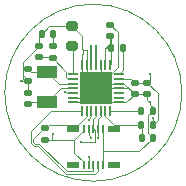
<source format=gbr>
%TF.GenerationSoftware,KiCad,Pcbnew,9.0.0*%
%TF.CreationDate,2025-03-13T16:01:27-04:00*%
%TF.ProjectId,IngestibleCapsule-Board,496e6765-7374-4696-926c-654361707375,rev?*%
%TF.SameCoordinates,Original*%
%TF.FileFunction,Copper,L1,Top*%
%TF.FilePolarity,Positive*%
%FSLAX46Y46*%
G04 Gerber Fmt 4.6, Leading zero omitted, Abs format (unit mm)*
G04 Created by KiCad (PCBNEW 9.0.0) date 2025-03-13 16:01:27*
%MOMM*%
%LPD*%
G01*
G04 APERTURE LIST*
G04 Aperture macros list*
%AMRoundRect*
0 Rectangle with rounded corners*
0 $1 Rounding radius*
0 $2 $3 $4 $5 $6 $7 $8 $9 X,Y pos of 4 corners*
0 Add a 4 corners polygon primitive as box body*
4,1,4,$2,$3,$4,$5,$6,$7,$8,$9,$2,$3,0*
0 Add four circle primitives for the rounded corners*
1,1,$1+$1,$2,$3*
1,1,$1+$1,$4,$5*
1,1,$1+$1,$6,$7*
1,1,$1+$1,$8,$9*
0 Add four rect primitives between the rounded corners*
20,1,$1+$1,$2,$3,$4,$5,0*
20,1,$1+$1,$4,$5,$6,$7,0*
20,1,$1+$1,$6,$7,$8,$9,0*
20,1,$1+$1,$8,$9,$2,$3,0*%
G04 Aperture macros list end*
%TA.AperFunction,SMDPad,CuDef*%
%ADD10RoundRect,0.147500X-0.147500X-0.172500X0.147500X-0.172500X0.147500X0.172500X-0.147500X0.172500X0*%
%TD*%
%TA.AperFunction,SMDPad,CuDef*%
%ADD11RoundRect,0.135000X0.185000X-0.135000X0.185000X0.135000X-0.185000X0.135000X-0.185000X-0.135000X0*%
%TD*%
%TA.AperFunction,SMDPad,CuDef*%
%ADD12R,1.800000X1.000000*%
%TD*%
%TA.AperFunction,SMDPad,CuDef*%
%ADD13RoundRect,0.140000X-0.170000X0.140000X-0.170000X-0.140000X0.170000X-0.140000X0.170000X0.140000X0*%
%TD*%
%TA.AperFunction,SMDPad,CuDef*%
%ADD14RoundRect,0.140000X0.140000X0.170000X-0.140000X0.170000X-0.140000X-0.170000X0.140000X-0.170000X0*%
%TD*%
%TA.AperFunction,SMDPad,CuDef*%
%ADD15RoundRect,0.050000X-0.362500X-0.050000X0.362500X-0.050000X0.362500X0.050000X-0.362500X0.050000X0*%
%TD*%
%TA.AperFunction,SMDPad,CuDef*%
%ADD16RoundRect,0.050000X-0.050000X-0.362500X0.050000X-0.362500X0.050000X0.362500X-0.050000X0.362500X0*%
%TD*%
%TA.AperFunction,HeatsinkPad*%
%ADD17R,2.700000X2.700000*%
%TD*%
%TA.AperFunction,SMDPad,CuDef*%
%ADD18RoundRect,0.140000X-0.140000X-0.170000X0.140000X-0.170000X0.140000X0.170000X-0.140000X0.170000X0*%
%TD*%
%TA.AperFunction,SMDPad,CuDef*%
%ADD19RoundRect,0.200000X0.275000X-0.200000X0.275000X0.200000X-0.275000X0.200000X-0.275000X-0.200000X0*%
%TD*%
%TA.AperFunction,SMDPad,CuDef*%
%ADD20RoundRect,0.140000X0.170000X-0.140000X0.170000X0.140000X-0.170000X0.140000X-0.170000X-0.140000X0*%
%TD*%
%TA.AperFunction,SMDPad,CuDef*%
%ADD21RoundRect,0.135000X0.135000X0.185000X-0.135000X0.185000X-0.135000X-0.185000X0.135000X-0.185000X0*%
%TD*%
%TA.AperFunction,SMDPad,CuDef*%
%ADD22R,0.220000X0.700000*%
%TD*%
%TA.AperFunction,SMDPad,CuDef*%
%ADD23R,1.000000X0.500000*%
%TD*%
%TA.AperFunction,ViaPad*%
%ADD24C,0.250000*%
%TD*%
%TA.AperFunction,Conductor*%
%ADD25C,0.100000*%
%TD*%
%TA.AperFunction,Conductor*%
%ADD26C,0.200000*%
%TD*%
%TA.AperFunction,Profile*%
%ADD27C,0.050000*%
%TD*%
G04 APERTURE END LIST*
D10*
%TO.P,L1,1*%
%TO.N,Net-(U5-AVDD_1V)*%
X101530000Y-111250000D03*
%TO.P,L1,2*%
%TO.N,Net-(U5-REG_OUT)*%
X102500000Y-111250000D03*
%TD*%
D11*
%TO.P,R12,1*%
%TO.N,Net-(U5-PLL_TUNE)*%
X96550000Y-112070000D03*
%TO.P,R12,2*%
%TO.N,Net-(C22-Pad1)*%
X96550000Y-111050000D03*
%TD*%
D12*
%TO.P,Y3,1,1*%
%TO.N,Net-(U5-XTAL_C2)*%
X96100000Y-115750000D03*
%TO.P,Y3,2,2*%
%TO.N,Net-(U5-XTAL_C1)*%
X96100000Y-113250000D03*
%TD*%
D13*
%TO.P,C16,1*%
%TO.N,Net-(U5-XTAL_C1)*%
X94500000Y-113020000D03*
%TO.P,C16,2*%
%TO.N,SPI_GND*%
X94500000Y-113980000D03*
%TD*%
D14*
%TO.P,C22,1*%
%TO.N,Net-(C22-Pad1)*%
X96580000Y-110000000D03*
%TO.P,C22,2*%
%TO.N,SPI_GND*%
X95620000Y-110000000D03*
%TD*%
D15*
%TO.P,U5,1,BIAS*%
%TO.N,Net-(U5-BIAS)*%
X98262500Y-113425000D03*
%TO.P,U5,2,PLL_TUNE*%
%TO.N,Net-(U5-PLL_TUNE)*%
X98262500Y-113825000D03*
%TO.P,U5,3,XTAL_C1*%
%TO.N,Net-(U5-XTAL_C1)*%
X98262500Y-114225000D03*
%TO.P,U5,4,XTAL_C2*%
%TO.N,Net-(U5-XTAL_C2)*%
X98262500Y-114625000D03*
%TO.P,U5,5,AVDD_3V*%
%TO.N,SPI_VDD*%
X98262500Y-115025000D03*
%TO.P,U5,6,GND*%
%TO.N,SPI_GND*%
X98262500Y-115425000D03*
%TO.P,U5,7,SHUTDOWN*%
X98262500Y-115825000D03*
D16*
%TO.P,U5,8,IRQ*%
%TO.N,/RF_IRQ*%
X99025000Y-116587500D03*
%TO.P,U5,9,CSN*%
%TO.N,/RF_CS*%
X99425000Y-116587500D03*
%TO.P,U5,10,SCK*%
%TO.N,/SPI_SCK*%
X99825000Y-116587500D03*
%TO.P,U5,11,MOSI*%
%TO.N,/SPI_MOSI*%
X100225000Y-116587500D03*
%TO.P,U5,12,MISO*%
%TO.N,/SPI_MISO*%
X100625000Y-116587500D03*
%TO.P,U5,13,RSTN*%
%TO.N,Net-(U5-RSTN)*%
X101025000Y-116587500D03*
%TO.P,U5,14,DVDD_1V8*%
%TO.N,Net-(U5-DVDD_1V8)*%
X101425000Y-116587500D03*
D15*
%TO.P,U5,15,RES*%
%TO.N,SPI_GND*%
X102187500Y-115825000D03*
%TO.P,U5,16,XTAL_CLK*%
%TO.N,unconnected-(U5-XTAL_CLK-Pad16)*%
X102187500Y-115425000D03*
%TO.P,U5,17,PLL_CLK*%
%TO.N,unconnected-(U5-PLL_CLK-Pad17)*%
X102187500Y-115025000D03*
%TO.P,U5,18,RES*%
%TO.N,SPI_GND*%
X102187500Y-114625000D03*
%TO.P,U5,19,RES*%
X102187500Y-114225000D03*
%TO.P,U5,20,DVDD_3V*%
%TO.N,SPI_VDD*%
X102187500Y-113825000D03*
%TO.P,U5,21,REG_OUT*%
%TO.N,Net-(U5-REG_OUT)*%
X102187500Y-113425000D03*
D16*
%TO.P,U5,22,DVDD_1V*%
%TO.N,Net-(U5-AVDD_1V)*%
X101425000Y-112662500D03*
%TO.P,U5,23,AVDD_1V*%
X101025000Y-112662500D03*
%TO.P,U5,24,GND*%
%TO.N,SPI_GND*%
X100625000Y-112662500D03*
%TO.P,U5,25,RFN*%
%TO.N,/RF Transceiver/RFN*%
X100225000Y-112662500D03*
%TO.P,U5,26,RFP*%
%TO.N,/RF Transceiver/RFP*%
X99825000Y-112662500D03*
%TO.P,U5,27,GND*%
%TO.N,SPI_GND*%
X99425000Y-112662500D03*
%TO.P,U5,28,GND*%
X99025000Y-112662500D03*
D17*
%TO.P,U5,29,GND*%
X100225000Y-114625000D03*
%TD*%
D18*
%TO.P,C17,1*%
%TO.N,Net-(U5-RSTN)*%
X104090000Y-118800000D03*
%TO.P,C17,2*%
%TO.N,SPI_GND*%
X105050000Y-118800000D03*
%TD*%
D19*
%TO.P,R11,1*%
%TO.N,Net-(U5-BIAS)*%
X98200000Y-111025000D03*
%TO.P,R11,2*%
%TO.N,SPI_GND*%
X98200000Y-109375000D03*
%TD*%
D11*
%TO.P,R9,1*%
%TO.N,SPI_VDD*%
X95950000Y-119010000D03*
%TO.P,R9,2*%
%TO.N,/RF_CS*%
X95950000Y-117990000D03*
%TD*%
D20*
%TO.P,C15,1*%
%TO.N,Net-(U5-XTAL_C2)*%
X94500000Y-115980000D03*
%TO.P,C15,2*%
%TO.N,SPI_GND*%
X94500000Y-115020000D03*
%TD*%
D13*
%TO.P,C19,1*%
%TO.N,SPI_VDD*%
X104550000Y-114145000D03*
%TO.P,C19,2*%
%TO.N,SPI_GND*%
X104550000Y-115105000D03*
%TD*%
D21*
%TO.P,R10,1*%
%TO.N,SPI_VDD*%
X105090000Y-117700000D03*
%TO.P,R10,2*%
%TO.N,Net-(U5-RSTN)*%
X104070000Y-117700000D03*
%TD*%
D22*
%TO.P,J4,1,1*%
%TO.N,SPI_GND*%
X100800001Y-118050001D03*
%TO.P,J4,2,2*%
%TO.N,/SPI_MISO*%
X100399999Y-118050001D03*
%TO.P,J4,3,3*%
%TO.N,/SPI_MOSI*%
X100000000Y-118050001D03*
%TO.P,J4,4,4*%
%TO.N,/MEM_CS*%
X99600001Y-118050001D03*
%TO.P,J4,5,5*%
%TO.N,SPI_VDD*%
X99199999Y-118050001D03*
%TO.P,J4,6,6*%
%TO.N,SPI_GND*%
X100800001Y-121149999D03*
%TO.P,J4,7,7*%
%TO.N,/RF_IRQ*%
X100399999Y-121149999D03*
%TO.P,J4,8,8*%
%TO.N,/RF_CS*%
X100000000Y-121149999D03*
%TO.P,J4,9,9*%
%TO.N,/SPI_SCK*%
X99600001Y-121149999D03*
%TO.P,J4,10,10*%
%TO.N,SPI_VDD*%
X99199999Y-121149999D03*
D23*
%TO.P,J4,P1*%
%TO.N,N/C*%
X101749996Y-118100000D03*
%TO.P,J4,P2*%
X98250004Y-118100000D03*
%TO.P,J4,P3*%
X101749996Y-121100000D03*
%TO.P,J4,P4*%
X98250004Y-121100000D03*
%TD*%
D18*
%TO.P,C21,1*%
%TO.N,Net-(U5-DVDD_1V8)*%
X104070000Y-116550000D03*
%TO.P,C21,2*%
%TO.N,SPI_GND*%
X105030000Y-116550000D03*
%TD*%
D20*
%TO.P,C20,1*%
%TO.N,Net-(U5-AVDD_1V)*%
X101425000Y-110205000D03*
%TO.P,C20,2*%
%TO.N,SPI_GND*%
X101425000Y-109245000D03*
%TD*%
D13*
%TO.P,C18,1*%
%TO.N,SPI_VDD*%
X103500000Y-114140000D03*
%TO.P,C18,2*%
%TO.N,SPI_GND*%
X103500000Y-115100000D03*
%TD*%
D20*
%TO.P,C23,1*%
%TO.N,Net-(U5-PLL_TUNE)*%
X95400000Y-112010000D03*
%TO.P,C23,2*%
%TO.N,SPI_GND*%
X95400000Y-111050000D03*
%TD*%
D24*
%TO.N,SPI_VDD*%
X97600000Y-114952500D03*
%TO.N,SPI_GND*%
X93850000Y-114025000D03*
%TO.N,SPI_VDD*%
X104762500Y-113437500D03*
%TO.N,/SPI_MOSI*%
X98975000Y-119200000D03*
%TO.N,SPI_VDD*%
X96550000Y-118475000D03*
X105075000Y-117150000D03*
%TO.N,SPI_GND*%
X104840000Y-115770000D03*
%TO.N,/MEM_CS*%
X99825000Y-118850000D03*
%TO.N,/RF Transceiver/RFN*%
X100230000Y-111040000D03*
%TO.N,/SPI_SCK*%
X99625000Y-117350000D03*
%TO.N,/RF Transceiver/RFP*%
X99790000Y-111060000D03*
%TO.N,/SPI_MISO*%
X100400000Y-118850000D03*
%TO.N,/SPI_SCK*%
X99600000Y-120475000D03*
%TD*%
D25*
%TO.N,/RF_IRQ*%
X100032256Y-121851999D02*
X99865744Y-121851999D01*
X97667742Y-121851999D02*
X97667743Y-121851999D01*
X97667743Y-121851999D02*
X97549999Y-121734256D01*
X94698000Y-119247579D02*
X94698000Y-119081067D01*
X94815743Y-119365323D02*
X94815744Y-119365323D01*
X94859677Y-119409257D02*
X94815743Y-119365323D01*
%TO.N,/SPI_SCK*%
X99825000Y-117000000D02*
X99625000Y-117200000D01*
X99625000Y-117200000D02*
X99625000Y-117350000D01*
%TO.N,/RF_IRQ*%
X100032257Y-121851999D02*
X100032256Y-121851999D01*
%TO.N,/RF_CS*%
X99949000Y-121650999D02*
X97750999Y-121650999D01*
X95060677Y-119326000D02*
X94899000Y-119164323D01*
X94899000Y-119164323D02*
X94899000Y-118935677D01*
%TO.N,/RF_IRQ*%
X94698000Y-119018933D02*
X94698000Y-118873000D01*
%TO.N,/RF_CS*%
X96241000Y-117699000D02*
X95950000Y-117990000D01*
%TO.N,/RF_IRQ*%
X100147999Y-121851999D02*
X100032257Y-121851999D01*
%TO.N,/RF_CS*%
X94899000Y-118935677D02*
X95844677Y-117990000D01*
%TO.N,/RF_IRQ*%
X94977420Y-119527000D02*
X94859677Y-119409257D01*
%TO.N,/RF_CS*%
X95426000Y-119326000D02*
X95060677Y-119326000D01*
X100000000Y-121149999D02*
X100000000Y-121599999D01*
%TO.N,/RF_IRQ*%
X94977421Y-119527000D02*
X94977420Y-119527000D01*
X94815744Y-119365323D02*
X94698000Y-119247580D01*
X94698000Y-118277000D02*
X96387500Y-116587500D01*
X94698000Y-118852421D02*
X94698000Y-118277000D01*
X95143933Y-119527000D02*
X94977421Y-119527000D01*
%TO.N,SPI_VDD*%
X97600000Y-114952500D02*
X97702500Y-114952500D01*
X104762500Y-113437500D02*
X104762500Y-113932500D01*
X95950000Y-119010000D02*
X96525000Y-119010000D01*
X102187500Y-113825000D02*
X103185000Y-113825000D01*
%TO.N,/SPI_MISO*%
X100399999Y-118488911D02*
X100399999Y-118050001D01*
X100400000Y-118850000D02*
X100400000Y-118488912D01*
%TO.N,/SPI_MOSI*%
X100225000Y-116587500D02*
X100225000Y-117000000D01*
%TO.N,SPI_VDD*%
X105461000Y-117329000D02*
X105461000Y-115056000D01*
X99199999Y-118202005D02*
X99199999Y-118050001D01*
%TO.N,/RF_IRQ*%
X94698000Y-119081067D02*
X94698000Y-119018933D01*
X94698000Y-119247580D02*
X94698000Y-119247579D01*
%TO.N,/SPI_MOSI*%
X100000000Y-117225000D02*
X100000000Y-118050001D01*
X98975000Y-119200000D02*
X100125000Y-119200000D01*
%TO.N,SPI_VDD*%
X99199999Y-121149999D02*
X99199999Y-120909999D01*
%TO.N,/RF_IRQ*%
X95342744Y-119527000D02*
X95143933Y-119527000D01*
%TO.N,SPI_VDD*%
X103500000Y-114140000D02*
X103610000Y-114140000D01*
X96525000Y-118500000D02*
X96550000Y-118475000D01*
%TO.N,/RF_IRQ*%
X96387500Y-116587500D02*
X99025000Y-116587500D01*
%TO.N,/SPI_MISO*%
X100625000Y-116587500D02*
X100625000Y-117000000D01*
X100400000Y-118488912D02*
X100399999Y-118488911D01*
%TO.N,SPI_VDD*%
X105090000Y-117700000D02*
X105090000Y-117165000D01*
%TO.N,/SPI_MISO*%
X100625000Y-117000000D02*
X100399999Y-117225001D01*
%TO.N,/MEM_CS*%
X99600001Y-118600001D02*
X99600001Y-118050001D01*
X99825000Y-118850000D02*
X99825000Y-118825000D01*
X99825000Y-118825000D02*
X99600001Y-118600001D01*
%TO.N,/SPI_MOSI*%
X100125000Y-118175001D02*
X100000000Y-118050001D01*
X100125000Y-119200000D02*
X100125000Y-118175001D01*
X100225000Y-117000000D02*
X100000000Y-117225000D01*
%TO.N,SPI_VDD*%
X96525000Y-119010000D02*
X96525000Y-118500000D01*
X99199999Y-120909999D02*
X98400000Y-120110000D01*
%TO.N,SPI_GND*%
X101425000Y-115825000D02*
X100225000Y-114625000D01*
%TO.N,SPI_VDD*%
X98400000Y-120110000D02*
X98400000Y-119002004D01*
%TO.N,/RF_CS*%
X100000000Y-121599999D02*
X99949000Y-121650999D01*
%TO.N,SPI_VDD*%
X97702500Y-114952500D02*
X97775000Y-115025000D01*
%TO.N,SPI_GND*%
X105030000Y-116205000D02*
X105030000Y-116550000D01*
X102054000Y-112796000D02*
X100225000Y-114625000D01*
%TO.N,/RF_IRQ*%
X97676999Y-121851999D02*
X97667742Y-121851999D01*
%TO.N,SPI_GND*%
X104840000Y-115770000D02*
X104840000Y-116015000D01*
%TO.N,/RF_IRQ*%
X100399999Y-121149999D02*
X100399999Y-121599999D01*
%TO.N,SPI_GND*%
X103900000Y-119950000D02*
X105050000Y-118800000D01*
X99025000Y-111250000D02*
X99025000Y-110200000D01*
%TO.N,/RF_IRQ*%
X97549999Y-121734256D02*
X97549999Y-121734255D01*
%TO.N,SPI_VDD*%
X103185000Y-113825000D02*
X103500000Y-114140000D01*
X98563502Y-118838502D02*
X99199999Y-118202005D01*
%TO.N,SPI_GND*%
X94039000Y-112411000D02*
X95400000Y-111050000D01*
%TO.N,/RF_IRQ*%
X99865744Y-121851999D02*
X97834255Y-121851999D01*
%TO.N,SPI_GND*%
X94500000Y-115020000D02*
X94500000Y-113980000D01*
%TO.N,/RF_CS*%
X99425000Y-116587500D02*
X99425000Y-117000000D01*
%TO.N,SPI_VDD*%
X105090000Y-117165000D02*
X105075000Y-117150000D01*
%TO.N,SPI_GND*%
X94039000Y-113519000D02*
X94039000Y-113836000D01*
%TO.N,SPI_VDD*%
X103615000Y-114145000D02*
X104550000Y-114145000D01*
%TO.N,/RF_CS*%
X97750999Y-121650999D02*
X95426000Y-119326000D01*
%TO.N,SPI_GND*%
X99025000Y-111775000D02*
X99151552Y-111648448D01*
X102187500Y-114625000D02*
X100225000Y-114625000D01*
%TO.N,SPI_VDD*%
X103610000Y-114140000D02*
X103615000Y-114145000D01*
X96525000Y-119010000D02*
X98392004Y-119010000D01*
%TO.N,SPI_GND*%
X101425000Y-109245000D02*
X102054000Y-109874000D01*
X95400000Y-111050000D02*
X95400000Y-110220000D01*
X98200000Y-109375000D02*
X96245000Y-109375000D01*
X99025000Y-112662500D02*
X99025000Y-111775000D01*
%TO.N,/SPI_SCK*%
X99825000Y-116587500D02*
X99825000Y-117000000D01*
%TO.N,SPI_GND*%
X105050000Y-118800000D02*
X104669000Y-118419000D01*
X102187500Y-114625000D02*
X103025000Y-114625000D01*
X98262500Y-115425000D02*
X99425000Y-115425000D01*
X99151552Y-111376552D02*
X99025000Y-111250000D01*
%TO.N,/RF_CS*%
X95844677Y-117990000D02*
X95950000Y-117990000D01*
%TO.N,SPI_GND*%
X104550000Y-115625000D02*
X104550000Y-115105000D01*
X104695000Y-115770000D02*
X104550000Y-115625000D01*
X99425000Y-111376552D02*
X99151552Y-111376552D01*
%TO.N,/RF_CS*%
X98726000Y-117699000D02*
X96241000Y-117699000D01*
%TO.N,SPI_GND*%
X94039000Y-113836000D02*
X93850000Y-114025000D01*
%TO.N,SPI_VDD*%
X98392004Y-119010000D02*
X98563502Y-118838502D01*
X105090000Y-117700000D02*
X105461000Y-117329000D01*
%TO.N,/RF_CS*%
X99425000Y-117000000D02*
X98726000Y-117699000D01*
%TO.N,SPI_GND*%
X99025000Y-112662500D02*
X99025000Y-113425000D01*
X103025000Y-114625000D02*
X103500000Y-115100000D01*
X94039000Y-113519000D02*
X94039000Y-112411000D01*
X104545000Y-115100000D02*
X104550000Y-115105000D01*
X102775000Y-115825000D02*
X103500000Y-115100000D01*
X98262500Y-115825000D02*
X99025000Y-115825000D01*
X100625000Y-112662500D02*
X100625000Y-114225000D01*
X100800001Y-119950000D02*
X100800001Y-118050001D01*
X104840000Y-115770000D02*
X104695000Y-115770000D01*
X99425000Y-113825000D02*
X100225000Y-114625000D01*
X102187500Y-114225000D02*
X100625000Y-114225000D01*
X99151552Y-111648448D02*
X99151552Y-111376552D01*
X102054000Y-109874000D02*
X102054000Y-112796000D01*
%TO.N,/SPI_SCK*%
X99600001Y-121149999D02*
X99600000Y-120475000D01*
%TO.N,SPI_GND*%
X94500000Y-113980000D02*
X94039000Y-113519000D01*
X93895000Y-113980000D02*
X93850000Y-114025000D01*
%TO.N,Net-(U5-BIAS)*%
X98262500Y-113425000D02*
X98262500Y-111087500D01*
D26*
%TO.N,/RF Transceiver/RFN*%
X100225000Y-111045000D02*
X100225000Y-112662500D01*
D25*
%TO.N,/RF_IRQ*%
X94698000Y-118873000D02*
X94698000Y-118852421D01*
%TO.N,Net-(U5-REG_OUT)*%
X102500000Y-113112500D02*
X102187500Y-113425000D01*
X102500000Y-111250000D02*
X102500000Y-113112500D01*
%TO.N,SPI_GND*%
X99025000Y-113425000D02*
X100225000Y-114625000D01*
%TO.N,Net-(U5-BIAS)*%
X98262500Y-111087500D02*
X98200000Y-111025000D01*
D26*
%TO.N,/RF Transceiver/RFN*%
X100230000Y-111040000D02*
X100225000Y-111045000D01*
D25*
%TO.N,SPI_VDD*%
X105461000Y-115056000D02*
X104550000Y-114145000D01*
%TO.N,SPI_GND*%
X102187500Y-114225000D02*
X102625000Y-114225000D01*
X99425000Y-112662500D02*
X99425000Y-113825000D01*
%TO.N,Net-(U5-PLL_TUNE)*%
X97850000Y-113825000D02*
X98262500Y-113825000D01*
%TO.N,SPI_GND*%
X100800001Y-121149999D02*
X100800001Y-119950000D01*
%TO.N,Net-(U5-PLL_TUNE)*%
X95400000Y-112010000D02*
X96490000Y-112010000D01*
%TO.N,SPI_VDD*%
X97775000Y-115025000D02*
X98262500Y-115025000D01*
%TO.N,Net-(U5-PLL_TUNE)*%
X97699000Y-113674000D02*
X97850000Y-113825000D01*
%TO.N,SPI_GND*%
X102187500Y-115825000D02*
X101425000Y-115825000D01*
%TO.N,Net-(U5-PLL_TUNE)*%
X96490000Y-112010000D02*
X96550000Y-112070000D01*
X97699000Y-113219000D02*
X97699000Y-113674000D01*
%TO.N,Net-(C22-Pad1)*%
X96580000Y-111020000D02*
X96550000Y-111050000D01*
X96580000Y-110000000D02*
X96580000Y-111020000D01*
D26*
%TO.N,/RF Transceiver/RFP*%
X99825000Y-111095000D02*
X99825000Y-112662500D01*
D25*
%TO.N,SPI_GND*%
X103500000Y-115100000D02*
X104545000Y-115100000D01*
D26*
%TO.N,/RF Transceiver/RFP*%
X99790000Y-111060000D02*
X99825000Y-111095000D01*
D25*
%TO.N,Net-(U5-DVDD_1V8)*%
X101462500Y-116550000D02*
X101425000Y-116587500D01*
%TO.N,SPI_GND*%
X104669000Y-118419000D02*
X104669000Y-116911000D01*
X99425000Y-112662500D02*
X99425000Y-111376552D01*
%TO.N,Net-(U5-AVDD_1V)*%
X101530000Y-111250000D02*
X101530000Y-110310000D01*
%TO.N,SPI_GND*%
X96245000Y-109375000D02*
X95620000Y-110000000D01*
%TO.N,Net-(U5-RSTN)*%
X104070000Y-117700000D02*
X104070000Y-117770000D01*
%TO.N,Net-(U5-AVDD_1V)*%
X101025000Y-111250000D02*
X101425000Y-110850000D01*
X101530000Y-112557500D02*
X101425000Y-112662500D01*
%TO.N,SPI_GND*%
X100800001Y-119950000D02*
X103900000Y-119950000D01*
%TO.N,Net-(U5-RSTN)*%
X104090000Y-117790000D02*
X104090000Y-118800000D01*
%TO.N,Net-(U5-XTAL_C1)*%
X97075000Y-114225000D02*
X96100000Y-113250000D01*
X96100000Y-113250000D02*
X94730000Y-113250000D01*
%TO.N,Net-(U5-AVDD_1V)*%
X101425000Y-110850000D02*
X101425000Y-110205000D01*
%TO.N,/RF_IRQ*%
X97549999Y-121734255D02*
X95342744Y-119527000D01*
%TO.N,SPI_GND*%
X99425000Y-115425000D02*
X100225000Y-114625000D01*
%TO.N,Net-(U5-AVDD_1V)*%
X101530000Y-110310000D02*
X101425000Y-110205000D01*
X101530000Y-111250000D02*
X101530000Y-112557500D01*
%TO.N,SPI_GND*%
X99025000Y-110200000D02*
X98200000Y-109375000D01*
%TO.N,Net-(U5-XTAL_C1)*%
X94730000Y-113250000D02*
X94500000Y-113020000D01*
X98262500Y-114225000D02*
X97075000Y-114225000D01*
%TO.N,Net-(U5-DVDD_1V8)*%
X104070000Y-116550000D02*
X101462500Y-116550000D01*
%TO.N,SPI_GND*%
X95400000Y-110220000D02*
X95620000Y-110000000D01*
%TO.N,/RF_IRQ*%
X97834255Y-121851999D02*
X97676999Y-121851999D01*
%TO.N,Net-(U5-PLL_TUNE)*%
X96550000Y-112070000D02*
X97699000Y-113219000D01*
%TO.N,Net-(U5-XTAL_C2)*%
X98262500Y-114625000D02*
X97225000Y-114625000D01*
X97225000Y-114625000D02*
X96100000Y-115750000D01*
%TO.N,SPI_GND*%
X102187500Y-115825000D02*
X102775000Y-115825000D01*
%TO.N,Net-(U5-AVDD_1V)*%
X101025000Y-111250000D02*
X101025000Y-112662500D01*
X101530000Y-111250000D02*
X101025000Y-111250000D01*
%TO.N,/SPI_MISO*%
X100399999Y-117225001D02*
X100399999Y-118050001D01*
%TO.N,Net-(U5-RSTN)*%
X101025000Y-117000000D02*
X101725000Y-117700000D01*
X101025000Y-116587500D02*
X101025000Y-117000000D01*
%TO.N,SPI_GND*%
X94500000Y-113980000D02*
X93895000Y-113980000D01*
%TO.N,Net-(U5-XTAL_C2)*%
X96100000Y-115750000D02*
X94730000Y-115750000D01*
%TO.N,SPI_GND*%
X99025000Y-115825000D02*
X100225000Y-114625000D01*
%TO.N,SPI_VDD*%
X104762500Y-113932500D02*
X104550000Y-114145000D01*
%TO.N,/RF_IRQ*%
X100399999Y-121599999D02*
X100147999Y-121851999D01*
%TO.N,Net-(U5-RSTN)*%
X101725000Y-117700000D02*
X104070000Y-117700000D01*
%TO.N,SPI_GND*%
X100625000Y-114225000D02*
X100225000Y-114625000D01*
X104669000Y-116911000D02*
X105030000Y-116550000D01*
X104840000Y-116015000D02*
X105030000Y-116205000D01*
%TO.N,Net-(U5-XTAL_C2)*%
X94730000Y-115750000D02*
X94500000Y-115980000D01*
%TO.N,Net-(U5-RSTN)*%
X104070000Y-117770000D02*
X104090000Y-117790000D01*
%TO.N,SPI_GND*%
X102625000Y-114225000D02*
X103500000Y-115100000D01*
%TD*%
D27*
X107500000Y-115000000D02*
G75*
G02*
X92500000Y-115000000I-7500000J0D01*
G01*
X92500000Y-115000000D02*
G75*
G02*
X107500000Y-115000000I7500000J0D01*
G01*
M02*

</source>
